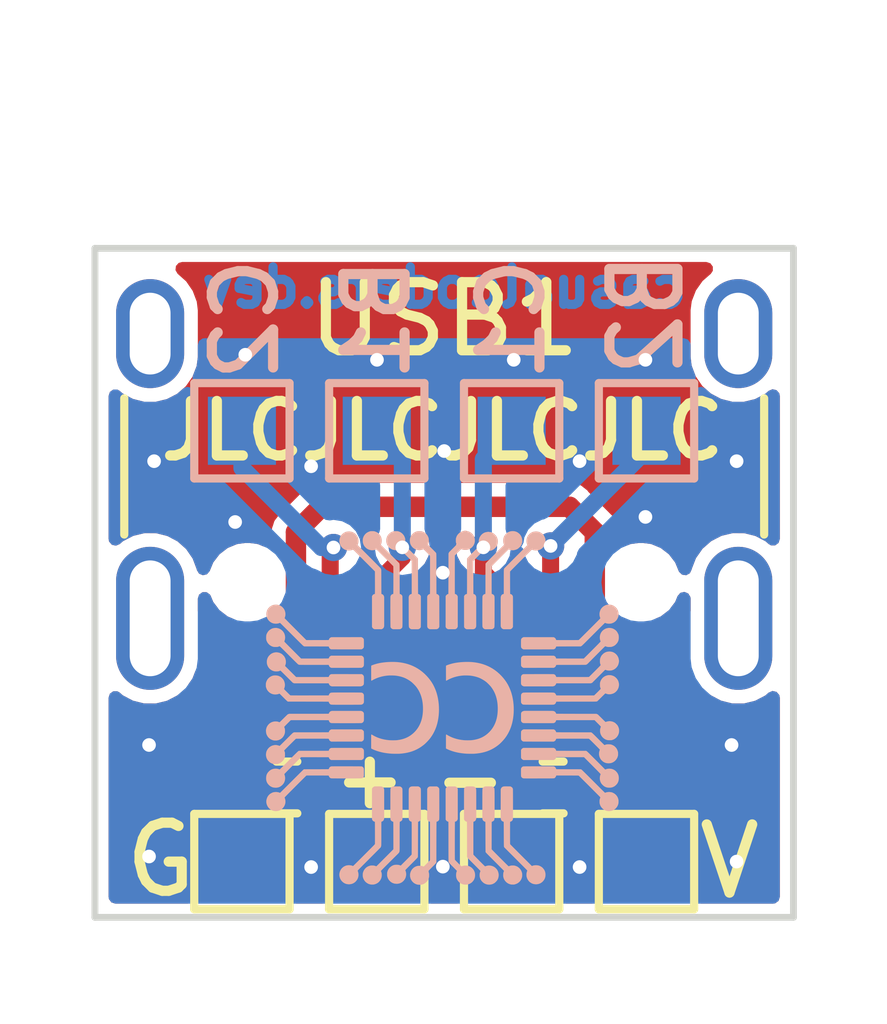
<source format=kicad_pcb>
(kicad_pcb (version 20221018) (generator pcbnew)
  (layers (0 "F.Cu" signal) (31 "B.Cu" signal) (34 "B.Paste" user) (35 "F.Paste" user) (36 "B.SilkS" user "B.Silkscreen") (37 "F.SilkS" user "F.Silkscreen") (38 "B.Mask" user) (39 "F.Mask" user) (44 "Edge.Cuts" user))
  (net 0 "")
  (net 1 "Net-(+1-Pad1)")
  (net 2 "Net-(-1-Pad1)")
  (net 3 "Net-(USB1-PadA6)")
  (net 4 "Net-(USB1-PadA7)")
  (net 5 "GND")
  (net 6 "Net-(B1-Pad1)")
  (net 7 "Net-(B2-Pad1)")
  (net 8 "VCC")
  (net 10 "Net-(R1-Pad2)")
  (net 11 "Net-(R2-Pad1)")
  (footprint "TestPoint:TestPoint_Pad_1.0x1.0mm" (layer "F.Cu") (at 152.7048 64.58788)
    (fp_text reference "V" (at 1.2192 0) (layer "F.SilkS"))
    (fp_text value "TestPoint")
    (pad "1" smd rect (at 0 0) (size 1 1) (layers "F.Cu" "F.Mask") (net 8 "VCC"))
  )
  (footprint "Resistor_SMD:R_0402_1005Metric" (layer "F.Cu") (at 151.3332 63.5 180)
    (fp_text reference "R1" hide)
    (fp_text value "5.1k")
    (pad "1" smd roundrect (at -0.51 0 180) (size 0.54 0.64) (layers "F.Cu" "F.Paste" "F.Mask") (net 5 "GND"))
    (pad "2" smd roundrect (at 0.51 0 180) (size 0.54 0.64) (layers "F.Cu" "F.Paste" "F.Mask") (net 10 "Net-(R1-Pad2)"))
  )
  (footprint "TestPoint:TestPoint_Pad_1.0x1.0mm" (layer "F.Cu") (at 146.7612 64.58788)
    (fp_text reference "G" (at -1.1938 -0.0254) (layer "F.SilkS"))
    (fp_text value "TestPoint")
    (pad "1" smd rect (at 0 0) (size 1 1) (layers "F.Cu" "F.Mask") (net 5 "GND"))
  )
  (footprint "TestPoint:TestPoint_Pad_1.0x1.0mm" (layer "F.Cu") (at 148.7424 64.58788)
    (fp_text reference "+" (at -0.1016 -1.2192) (layer "F.SilkS") (effects (font (size 0.8 0.8))))
    (fp_text value "TestPoint")
    (pad "1" smd rect (at 0 0) (size 1 1) (layers "F.Cu" "F.Mask") (net 3 "Net-(USB1-PadA6)"))
  )
  (footprint "Connector_USB:USB_C_Receptacle_HRO_TYPE-C-31-M-12" (layer "F.Cu") (at 149.733 57.8866 180)
    (fp_text reference "USB1" (at 0 1.26059) (layer "F.SilkS"))
    (fp_text value "C-31-M-12")
    (pad "" np_thru_hole circle (at -2.89 -2.6 180) (size 0.65 0.65) (drill 0.65) (layers "*.Cu" "*.Mask"))
    (pad "" np_thru_hole circle (at 2.89 -2.6 180) (size 0.65 0.65) (drill 0.65) (layers "*.Cu" "*.Mask"))
    (pad "A1" smd rect (at -3.25 -4.045 180) (size 0.6 1.45) (layers "F.Cu" "F.Paste" "F.Mask") (net 5 "GND"))
    (pad "A4" smd rect (at -2.45 -4.045 180) (size 0.6 1.45) (layers "F.Cu" "F.Paste" "F.Mask") (net 8 "VCC"))
    (pad "A5" smd rect (at -1.25 -4.045 180) (size 0.3 1.45) (layers "F.Cu" "F.Paste" "F.Mask") (net 10 "Net-(R1-Pad2)"))
    (pad "A6" smd rect (at -0.25 -4.045 180) (size 0.3 1.45) (layers "F.Cu" "F.Paste" "F.Mask") (net 1 "Net-(+1-Pad1)"))
    (pad "A7" smd rect (at 0.25 -4.045 180) (size 0.3 1.45) (layers "F.Cu" "F.Paste" "F.Mask") (net 2 "Net-(-1-Pad1)"))
    (pad "A8" smd rect (at 1.25 -4.045 180) (size 0.3 1.45) (layers "F.Cu" "F.Paste" "F.Mask") (net 6 "Net-(B1-Pad1)"))
    (pad "A9" smd rect (at 2.45 -4.045 180) (size 0.6 1.45) (layers "F.Cu" "F.Paste" "F.Mask") (net 8 "VCC"))
    (pad "A12" smd rect (at 3.25 -4.045 180) (size 0.6 1.45) (layers "F.Cu" "F.Paste" "F.Mask") (net 5 "GND"))
    (pad "B1" smd rect (at 3.25 -4.045 180) (size 0.6 1.45) (layers "F.Cu" "F.Paste" "F.Mask") (net 5 "GND"))
    (pad "B4" smd rect (at 2.45 -4.045 180) (size 0.6 1.45) (layers "F.Cu" "F.Paste" "F.Mask") (net 8 "VCC"))
    (pad "B5" smd rect (at 1.75 -4.045 180) (size 0.3 1.45) (layers "F.Cu" "F.Paste" "F.Mask") (net 11 "Net-(R2-Pad1)"))
    (pad "B6" smd rect (at 0.75 -4.045 180) (size 0.3 1.45) (layers "F.Cu" "F.Paste" "F.Mask") (net 1 "Net-(+1-Pad1)"))
    (pad "B7" smd rect (at -0.75 -4.045 180) (size 0.3 1.45) (layers "F.Cu" "F.Paste" "F.Mask") (net 2 "Net-(-1-Pad1)"))
    (pad "B8" smd rect (at -1.75 -4.045 180) (size 0.3 1.45) (layers "F.Cu" "F.Paste" "F.Mask") (net 7 "Net-(B2-Pad1)"))
    (pad "B9" smd rect (at -2.45 -4.045 180) (size 0.6 1.45) (layers "F.Cu" "F.Paste" "F.Mask") (net 8 "VCC"))
    (pad "B12" smd rect (at -3.25 -4.045 180) (size 0.6 1.45) (layers "F.Cu" "F.Paste" "F.Mask") (net 5 "GND"))
    (pad "S1" thru_hole oval (at -4.32 -3.13 180) (size 1 2.1) (drill oval 0.6 1.7) (layers "*.Cu" "*.Mask"))
    (pad "S1" thru_hole oval (at -4.32 1.05 180) (size 1 1.6) (drill oval 0.6 1.2) (layers "*.Cu" "*.Mask"))
    (pad "S1" thru_hole oval (at 4.32 -3.13 180) (size 1 2.1) (drill oval 0.6 1.7) (layers "*.Cu" "*.Mask"))
    (pad "S1" thru_hole oval (at 4.32 1.05 180) (size 1 1.6) (drill oval 0.6 1.2) (layers "*.Cu" "*.Mask"))
  )
  (footprint "TestPoint:TestPoint_Pad_1.0x1.0mm" (layer "F.Cu") (at 150.7236 64.58788)
    (fp_text reference "-" (at -0.6096 -1.21488 180) (layer "F.SilkS") (effects (font (size 0.8 0.8))))
    (fp_text value "TestPoint")
    (pad "1" smd rect (at 0 0) (size 1 1) (layers "F.Cu" "F.Mask") (net 4 "Net-(USB1-PadA7)"))
  )
  (footprint "Resistor_SMD:R_0402_1005Metric" (layer "F.Cu") (at 147.4216 63.5 180)
    (fp_text reference "R2" hide)
    (fp_text value "5.1k")
    (pad "1" smd roundrect (at -0.51 0 180) (size 0.54 0.64) (layers "F.Cu" "F.Paste" "F.Mask") (net 11 "Net-(R2-Pad1)"))
    (pad "2" smd roundrect (at 0.51 0 180) (size 0.54 0.64) (layers "F.Cu" "F.Paste" "F.Mask") (net 5 "GND"))
  )
  (footprint "CC_Logos:CC Logo 5.2mm" (layer "B.Cu") (at 149.7076 62.3316 180)
    (fp_text reference "G***" hide)
    (fp_text value "LOGO" hide)
  )
  (footprint "TestPoint:TestPoint_Pad_1.0x1.0mm" (layer "B.Cu") (at 152.7048 58.26303 180)
    (fp_text reference "B2" (at 0 1.71143 90) (layer "B.SilkS") (effects (font (size 1 0.9)) (justify mirror)))
    (fp_text value "TestPoint")
    (pad "1" smd rect (at 0 0 180) (size 1 1) (layers "B.Cu" "B.Mask") (net 7 "Net-(B2-Pad1)"))
  )
  (footprint "TestPoint:TestPoint_Pad_1.0x1.0mm" (layer "B.Cu") (at 150.7236 58.26303 180)
    (fp_text reference "C1" (at 0 1.63702 90) (layer "B.SilkS") (effects (font (size 0.9 0.9)) (justify mirror)))
    (fp_text value "TestPoint")
    (pad "1" smd rect (at 0 0 180) (size 1 1) (layers "B.Cu" "B.Mask") (net 10 "Net-(R1-Pad2)"))
  )
  (footprint "TestPoint:TestPoint_Pad_1.0x1.0mm" (layer "B.Cu") (at 146.7612 58.26303 180)
    (fp_text reference "C2" (at -0.04973 1.63702 90) (layer "B.SilkS") (effects (font (size 0.9 0.9)) (justify mirror)))
    (fp_text value "TestPoint")
    (pad "1" smd rect (at 0 0 180) (size 1 1) (layers "B.Cu" "B.Mask") (net 11 "Net-(R2-Pad1)"))
  )
  (footprint "TestPoint:TestPoint_Pad_1.0x1.0mm" (layer "B.Cu") (at 148.7424 58.26303 180)
    (fp_text reference "B1" (at 0 1.63702 90) (layer "B.SilkS") (effects (font (size 0.9 0.9)) (justify mirror)))
    (fp_text value "TestPoint")
    (pad "1" smd rect (at 0 0 180) (size 1 1) (layers "B.Cu" "B.Mask") (net 6 "Net-(B1-Pad1)"))
  )
  (gr_line (start 144.6022 65.40639) (end 154.8638 65.40639) (stroke (width 0.1)) (layer "Edge.Cuts"))
  (gr_line (start 144.6022 55.58427) (end 154.8638 55.58427) (stroke (width 0.1)) (layer "Edge.Cuts"))
  (gr_line (start 154.8638 55.58427) (end 154.8638 65.40639) (stroke (width 0.1)) (layer "Edge.Cuts"))
  (gr_line (start 144.6022 55.58427) (end 144.6022 65.40639) (stroke (width 0.1)) (layer "Edge.Cuts"))
  (gr_text "casualcoders.dev" (at 149.733 56.1594) (layer "B.Cu") (effects (font (size 0.55 0.55) (thickness 0.135)) (justify mirror)))
  (gr_text "JLCJLCJLCJLC" (at 149.7076 58.26303) (layer "F.SilkS") (effects (font (size 0.8 0.8))))
  (segment (start 149.983 60.9066) (end 149.983 61.9316) (width 0.25) (layer "F.Cu") (net 1))
  (segment (start 148.983 61.9316) (end 148.983 60.9066) (width 0.25) (layer "F.Cu") (net 1))
  (segment (start 149.958 60.8816) (end 149.983 60.9066) (width 0.25) (layer "F.Cu") (net 1))
  (segment (start 149.12177 63.254267) (end 149.12177 64.20851) (width 0.25) (layer "F.Cu") (net 1))
  (segment (start 148.983 61.9316) (end 148.983 63.115497) (width 0.25) (layer "F.Cu") (net 1))
  (segment (start 148.983 60.9066) (end 149.008 60.8816) (width 0.25) (layer "F.Cu") (net 1))
  (segment (start 148.983 63.115497) (end 149.12177 63.254267) (width 0.25) (layer "F.Cu") (net 1))
  (segment (start 149.008 60.8816) (end 149.958 60.8816) (width 0.25) (layer "F.Cu") (net 1))
  (segment (start 149.12177 64.20851) (end 148.7424 64.58788) (width 0.25) (layer "F.Cu") (net 1))
  (segment (start 150.483 62.9566) (end 150.458 62.9816) (width 0.25) (layer "F.Cu") (net 2))
  (segment (start 149.96689 63.83117) (end 149.96689 62.9816) (width 0.25) (layer "F.Cu") (net 2))
  (segment (start 149.96689 62.9816) (end 149.508 62.9816) (width 0.25) (layer "F.Cu") (net 2))
  (segment (start 149.483 62.9566) (end 149.483 61.9316) (width 0.25) (layer "F.Cu") (net 2))
  (segment (start 149.508 62.9816) (end 149.483 62.9566) (width 0.25) (layer "F.Cu") (net 2))
  (segment (start 150.458 62.9816) (end 149.96689 62.9816) (width 0.25) (layer "F.Cu") (net 2))
  (segment (start 150.483 61.9316) (end 150.483 62.9566) (width 0.25) (layer "F.Cu") (net 2))
  (segment (start 150.7236 64.58788) (end 149.96689 63.83117) (width 0.25) (layer "F.Cu") (net 2))
  (via (at 148.74559 57.22129) (size 0.4) (drill 0.2) (layers "F.Cu" "B.Cu") (net 5))
  (via (at 149.71292 64.66229) (size 0.4) (drill 0.2) (layers "F.Cu" "B.Cu") (net 5))
  (via (at 151.72199 58.70949) (size 0.4) (drill 0.2) (layers "F.Cu" "B.Cu") (net 5))
  (via (at 145.39714 62.87645) (size 0.4) (drill 0.2) (layers "F.Cu" "B.Cu") (net 5))
  (via (at 154.0287 58.70949) (size 0.4) (drill 0.2) (layers "F.Cu" "B.Cu") (net 5))
  (via (at 152.68932 59.528) (size 0.4) (drill 0.2) (layers "F.Cu" "B.Cu") (net 5))
  (via (at 145.47155 58.70949) (size 0.4) (drill 0.2) (layers "F.Cu" "B.Cu") (net 5))
  (via (at 149.71292 60.34651) (size 0.4) (drill 0.2) (layers "F.Cu" "B.Cu") (net 5))
  (via (at 146.81093 57.14688) (size 0.4) (drill 0.2) (layers "F.Cu" "B.Cu") (net 5))
  (via (at 151.72199 64.6684) (size 0.4) (drill 0.2) (layers "F.Cu" "B.Cu") (net 5))
  (via (at 149.733 58.56067) (size 0.4) (drill 0.2) (layers "F.Cu" "B.Cu") (net 5))
  (via (at 145.39714 64.51347) (size 0.4) (drill 0.2) (layers "F.Cu" "B.Cu") (net 5))
  (via (at 147.77826 64.6684) (size 0.4) (drill 0.2) (layers "F.Cu" "B.Cu") (net 5))
  (via (at 154.0287 64.58788) (size 0.4) (drill 0.2) (layers "F.Cu" "B.Cu") (net 5))
  (via (at 153.95429 62.87645) (size 0.4) (drill 0.2) (layers "F.Cu" "B.Cu") (net 5))
  (via (at 147.77826 58.7839) (size 0.4) (drill 0.2) (layers "F.Cu" "B.Cu") (net 5))
  (via (at 150.75466 57.22129) (size 0.4) (drill 0.2) (layers "F.Cu" "B.Cu") (net 5))
  (via (at 146.66211 59.60241) (size 0.4) (drill 0.2) (layers "F.Cu" "B.Cu") (net 5))
  (via (at 152.68932 57.22129) (size 0.4) (drill 0.2) (layers "F.Cu" "B.Cu") (net 5))
  (segment (start 148.508 60.73292) (end 148.508 61.9066) (width 0.25) (layer "F.Cu") (net 6))
  (segment (start 149.11764 60.12328) (end 148.508 60.73292) (width 0.25) (layer "F.Cu") (net 6))
  (segment (start 149.11764 59.97446) (end 149.11764 60.12328) (width 0.25) (layer "F.Cu") (net 6))
  (segment (start 148.508 61.9066) (end 148.483 61.9316) (width 0.25) (layer "F.Cu") (net 6))
  (via (at 149.11764 59.97446) (size 0.4) (drill 0.2) (layers "F.Cu" "B.Cu") (net 6))
  (segment (start 149.11764 59.97446) (end 149.11764 58.63827) (width 0.25) (layer "B.Cu") (net 6))
  (segment (start 149.11764 58.63827) (end 148.7424 58.26303) (width 0.25) (layer "B.Cu") (net 6))
  (segment (start 151.296229 60.698143) (end 151.296229 59.953761) (width 0.25) (layer "F.Cu") (net 7))
  (segment (start 151.458 60.859914) (end 151.296229 60.698143) (width 0.25) (layer "F.Cu") (net 7))
  (segment (start 151.483 61.9316) (end 151.458 61.9066) (width 0.25) (layer "F.Cu") (net 7))
  (segment (start 151.458 61.9066) (end 151.458 60.859914) (width 0.25) (layer "F.Cu") (net 7))
  (via (at 151.296229 59.953761) (size 0.4) (drill 0.2) (layers "F.Cu" "B.Cu") (net 7))
  (segment (start 151.296229 59.953761) (end 152.7048 58.54519) (width 0.25) (layer "B.Cu") (net 7))
  (segment (start 152.7048 58.54519) (end 152.7048 58.26303) (width 0.25) (layer "B.Cu") (net 7))
  (segment (start 152.183 61.9316) (end 152.183 61.10516) (width 0.3) (layer "F.Cu") (net 8))
  (segment (start 151.94522 60.86738) (end 151.94522 59.75123) (width 0.3) (layer "F.Cu") (net 8))
  (segment (start 151.57317 59.37918) (end 147.92708 59.37918) (width 0.3) (layer "F.Cu") (net 8))
  (segment (start 152.7048 63.246) (end 152.7048 64.58788) (width 0.3) (layer "F.Cu") (net 8))
  (segment (start 147.55503 60.79297) (end 147.483 60.865) (width 0.3) (layer "F.Cu") (net 8))
  (segment (start 151.94522 59.75123) (end 151.57317 59.37918) (width 0.3) (layer "F.Cu") (net 8))
  (segment (start 152.183 61.9316) (end 152.183 62.7242) (width 0.3) (layer "F.Cu") (net 8))
  (segment (start 152.183 62.7242) (end 152.7048 63.246) (width 0.3) (layer "F.Cu") (net 8))
  (segment (start 147.483 60.865) (end 147.483 61.7316) (width 0.3) (layer "F.Cu") (net 8))
  (segment (start 152.183 61.10516) (end 151.94522 60.86738) (width 0.3) (layer "F.Cu") (net 8))
  (segment (start 147.55503 59.75123) (end 147.55503 60.79297) (width 0.3) (layer "F.Cu") (net 8))
  (segment (start 147.92708 59.37918) (end 147.55503 59.75123) (width 0.3) (layer "F.Cu") (net 8))
  (segment (start 147.483 61.7316) (end 147.283 61.9316) (width 0.3) (layer "F.Cu") (net 8))
  (segment (start 150.958 60.99631) (end 150.3082 60.34651) (width 0.25) (layer "F.Cu") (net 10))
  (segment (start 150.983 61.9316) (end 150.958 61.9066) (width 0.25) (layer "F.Cu") (net 10))
  (segment (start 150.958 61.9066) (end 150.958 60.99631) (width 0.25) (layer "F.Cu") (net 10))
  (segment (start 150.3082 60.34651) (end 150.3082 59.97446) (width 0.25) (layer "F.Cu") (net 10))
  (segment (start 150.983 61.9316) (end 150.983 63.3402) (width 0.25) (layer "F.Cu") (net 10))
  (segment (start 150.983 63.3402) (end 150.8232 63.5) (width 0.25) (layer "F.Cu") (net 10))
  (via (at 150.3082 59.97446) (size 0.4) (drill 0.2) (layers "F.Cu" "B.Cu") (net 10))
  (segment (start 150.3082 59.97446) (end 150.3082 58.67843) (width 0.25) (layer "B.Cu") (net 10))
  (segment (start 150.3082 58.67843) (end 150.7236 58.26303) (width 0.25) (layer "B.Cu") (net 10))
  (segment (start 148.078091 59.976651) (end 148.106721 59.976651) (width 0.25) (layer "F.Cu") (net 11))
  (segment (start 148.0759 59.97446) (end 148.078091 59.976651) (width 0.25) (layer "F.Cu") (net 11))
  (segment (start 147.983 61.9316) (end 147.983 61.036752) (width 0.25) (layer "F.Cu") (net 11))
  (segment (start 147.983 63.46953) (end 147.9808 63.47173) (width 0.25) (layer "F.Cu") (net 11))
  (segment (start 148.058 60.025372) (end 148.106721 59.976651) (width 0.25) (layer "F.Cu") (net 11))
  (segment (start 147.983 61.9316) (end 147.983 63.4486) (width 0.25) (layer "F.Cu") (net 11))
  (segment (start 148.058 60.961752) (end 148.058 60.025372) (width 0.25) (layer "F.Cu") (net 11))
  (segment (start 147.983 63.4486) (end 147.9316 63.5) (width 0.25) (layer "F.Cu") (net 11))
  (segment (start 147.983 61.036752) (end 148.058 60.961752) (width 0.25) (layer "F.Cu") (net 11))
  (via (at 148.106721 59.976651) (size 0.4) (drill 0.2) (layers "F.Cu" "B.Cu") (net 11))
  (segment (start 146.7612 58.80858) (end 146.7612 58.26303) (width 0.25) (layer "B.Cu") (net 11))
  (segment (start 147.929271 59.976651) (end 146.7612 58.80858) (width 0.25) (layer "B.Cu") (net 11))
  (segment (start 148.106721 59.976651) (end 147.929271 59.976651) (width 0.25) (layer "B.Cu") (net 11))
  (zone (net 5) (net_name "GND") (layers "F&B.Cu") (connect_pads (clearance 0.2)) (min_thickness 0.2) (fill yes (thermal_gap 0.2) (thermal_bridge_width 0.4) (smoothing fillet))
    (polygon (pts (xy 154.84721 65.40639) (xy 144.57863 65.40639) (xy 144.57863 55.58427) (xy 154.84721 55.58427)))
  )
)
</source>
